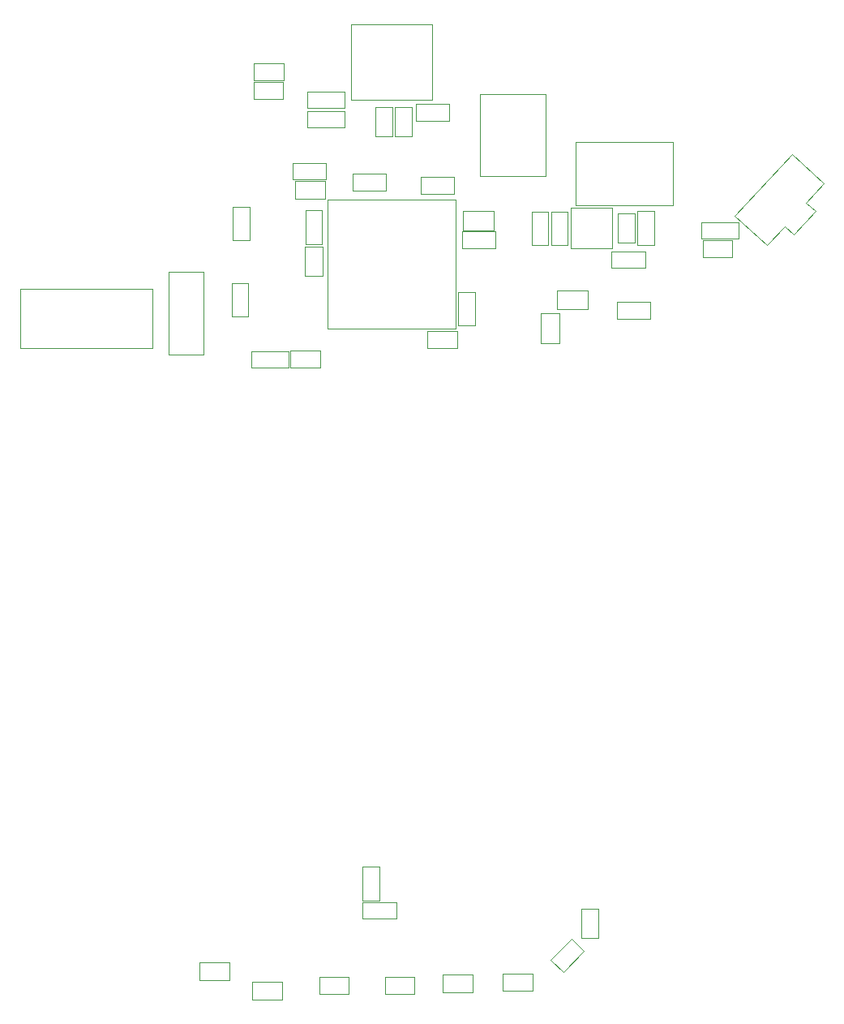
<source format=gbr>
G04 #@! TF.GenerationSoftware,KiCad,Pcbnew,(5.0.0-rc2-dev-26-g0d794b2)*
G04 #@! TF.CreationDate,2018-07-01T20:50:18-07:00*
G04 #@! TF.ProjectId,Skull_badge,536B756C6C5F62616467652E6B696361,rev?*
G04 #@! TF.SameCoordinates,Original*
G04 #@! TF.FileFunction,Other,User*
%FSLAX46Y46*%
G04 Gerber Fmt 4.6, Leading zero omitted, Abs format (unit mm)*
G04 Created by KiCad (PCBNEW (5.0.0-rc2-dev-26-g0d794b2)) date Sunday, July 01, 2018 at 08:50:18 PM*
%MOMM*%
%LPD*%
G01*
G04 APERTURE LIST*
%ADD10C,0.050000*%
G04 APERTURE END LIST*
D10*
X133596000Y-78388000D02*
X133596000Y-86988000D01*
X133596000Y-86988000D02*
X140496000Y-86988000D01*
X140496000Y-86988000D02*
X140496000Y-78388000D01*
X140496000Y-78388000D02*
X133596000Y-78388000D01*
X143554113Y-90007157D02*
X143554113Y-83407157D01*
X153754113Y-90007157D02*
X153754113Y-83407157D01*
X153754113Y-83407157D02*
X143554113Y-83407157D01*
X153754113Y-90007157D02*
X143554113Y-90007157D01*
X128612000Y-79002500D02*
X120112000Y-79002500D01*
X120112000Y-79002500D02*
X120112000Y-71152500D01*
X120112000Y-71152500D02*
X128612000Y-71152500D01*
X128612000Y-71152500D02*
X128612000Y-79002500D01*
X114050000Y-85570000D02*
X117550000Y-85570000D01*
X114050000Y-85570000D02*
X114050000Y-87320000D01*
X117550000Y-87320000D02*
X117550000Y-85570000D01*
X117550000Y-87320000D02*
X114050000Y-87320000D01*
X109430000Y-98100000D02*
X109430000Y-101600000D01*
X109430000Y-98100000D02*
X107680000Y-98100000D01*
X107680000Y-101600000D02*
X109430000Y-101600000D01*
X107680000Y-101600000D02*
X107680000Y-98100000D01*
X107770000Y-93650000D02*
X107770000Y-90150000D01*
X107770000Y-93650000D02*
X109520000Y-93650000D01*
X109520000Y-90150000D02*
X107770000Y-90150000D01*
X109520000Y-90150000D02*
X109520000Y-93650000D01*
X131320000Y-102550000D02*
X131320000Y-99050000D01*
X131320000Y-102550000D02*
X133070000Y-102550000D01*
X133070000Y-99050000D02*
X131320000Y-99050000D01*
X133070000Y-99050000D02*
X133070000Y-102550000D01*
X115370000Y-94050000D02*
X115370000Y-90550000D01*
X115370000Y-94050000D02*
X117120000Y-94050000D01*
X117120000Y-90550000D02*
X115370000Y-90550000D01*
X117120000Y-90550000D02*
X117120000Y-94050000D01*
X123800000Y-88480000D02*
X120300000Y-88480000D01*
X123800000Y-88480000D02*
X123800000Y-86730000D01*
X120300000Y-86730000D02*
X120300000Y-88480000D01*
X120300000Y-86730000D02*
X123800000Y-86730000D01*
X131750000Y-92720000D02*
X135250000Y-92720000D01*
X131750000Y-92720000D02*
X131750000Y-94470000D01*
X135250000Y-94470000D02*
X135250000Y-92720000D01*
X135250000Y-94470000D02*
X131750000Y-94470000D01*
X85605000Y-104908000D02*
X99355000Y-104908000D01*
X99355000Y-104908000D02*
X99355000Y-98758000D01*
X99355000Y-98758000D02*
X85605000Y-98758000D01*
X85605000Y-98758000D02*
X85605000Y-104908000D01*
X107398613Y-170834657D02*
X104298613Y-170834657D01*
X107398613Y-170834657D02*
X107398613Y-169034657D01*
X104298613Y-169034657D02*
X104298613Y-170834657D01*
X104298613Y-169034657D02*
X107398613Y-169034657D01*
X112923113Y-172866657D02*
X109823113Y-172866657D01*
X112923113Y-172866657D02*
X112923113Y-171066657D01*
X109823113Y-171066657D02*
X109823113Y-172866657D01*
X109823113Y-171066657D02*
X112923113Y-171066657D01*
X119908113Y-172295157D02*
X116808113Y-172295157D01*
X119908113Y-172295157D02*
X119908113Y-170495157D01*
X116808113Y-170495157D02*
X116808113Y-172295157D01*
X116808113Y-170495157D02*
X119908113Y-170495157D01*
X126766113Y-172295157D02*
X123666113Y-172295157D01*
X126766113Y-172295157D02*
X126766113Y-170495157D01*
X123666113Y-170495157D02*
X123666113Y-172295157D01*
X123666113Y-170495157D02*
X126766113Y-170495157D01*
X132798613Y-172104657D02*
X129698613Y-172104657D01*
X132798613Y-172104657D02*
X132798613Y-170304657D01*
X129698613Y-170304657D02*
X129698613Y-172104657D01*
X129698613Y-170304657D02*
X132798613Y-170304657D01*
X139085113Y-171977657D02*
X135985113Y-171977657D01*
X139085113Y-171977657D02*
X139085113Y-170177657D01*
X135985113Y-170177657D02*
X135985113Y-171977657D01*
X135985113Y-170177657D02*
X139085113Y-170177657D01*
X144474525Y-167824038D02*
X142282494Y-170016069D01*
X144474525Y-167824038D02*
X143201732Y-166551245D01*
X141009701Y-168743276D02*
X142282494Y-170016069D01*
X141009701Y-168743276D02*
X143201732Y-166551245D01*
X144150000Y-166500000D02*
X144150000Y-163400000D01*
X144150000Y-166500000D02*
X145950000Y-166500000D01*
X145950000Y-163400000D02*
X144150000Y-163400000D01*
X145950000Y-163400000D02*
X145950000Y-166500000D01*
X114300000Y-87500000D02*
X117400000Y-87500000D01*
X114300000Y-87500000D02*
X114300000Y-89300000D01*
X117400000Y-89300000D02*
X117400000Y-87500000D01*
X117400000Y-89300000D02*
X114300000Y-89300000D01*
X115350000Y-97400000D02*
X115350000Y-94300000D01*
X115350000Y-97400000D02*
X117150000Y-97400000D01*
X117150000Y-94300000D02*
X115350000Y-94300000D01*
X117150000Y-94300000D02*
X117150000Y-97400000D01*
X122700000Y-82850000D02*
X122700000Y-79750000D01*
X122700000Y-82850000D02*
X124500000Y-82850000D01*
X124500000Y-79750000D02*
X122700000Y-79750000D01*
X124500000Y-79750000D02*
X124500000Y-82850000D01*
X124700000Y-82850000D02*
X124700000Y-79750000D01*
X124700000Y-82850000D02*
X126500000Y-82850000D01*
X126500000Y-79750000D02*
X124700000Y-79750000D01*
X126500000Y-79750000D02*
X126500000Y-82850000D01*
X131200000Y-104900000D02*
X128100000Y-104900000D01*
X131200000Y-104900000D02*
X131200000Y-103100000D01*
X128100000Y-103100000D02*
X128100000Y-104900000D01*
X128100000Y-103100000D02*
X131200000Y-103100000D01*
X131100000Y-89450000D02*
X117700000Y-89450000D01*
X131100000Y-102850000D02*
X117700000Y-102850000D01*
X131100000Y-89450000D02*
X131100000Y-102850000D01*
X117700000Y-89450000D02*
X117700000Y-102850000D01*
X147904113Y-100102157D02*
X151404113Y-100102157D01*
X147904113Y-100102157D02*
X147904113Y-101852157D01*
X151404113Y-101852157D02*
X151404113Y-100102157D01*
X151404113Y-101852157D02*
X147904113Y-101852157D01*
X127400000Y-87070000D02*
X130900000Y-87070000D01*
X127400000Y-87070000D02*
X127400000Y-88820000D01*
X130900000Y-88820000D02*
X130900000Y-87070000D01*
X130900000Y-88820000D02*
X127400000Y-88820000D01*
X113079113Y-76957157D02*
X109979113Y-76957157D01*
X113079113Y-76957157D02*
X113079113Y-75157157D01*
X109979113Y-75157157D02*
X109979113Y-76957157D01*
X109979113Y-75157157D02*
X113079113Y-75157157D01*
X113054113Y-78957157D02*
X109954113Y-78957157D01*
X113054113Y-78957157D02*
X113054113Y-77157157D01*
X109954113Y-77157157D02*
X109954113Y-78957157D01*
X109954113Y-77157157D02*
X113054113Y-77157157D01*
X159948000Y-95425500D02*
X156848000Y-95425500D01*
X159948000Y-95425500D02*
X159948000Y-93625500D01*
X156848000Y-93625500D02*
X156848000Y-95425500D01*
X156848000Y-93625500D02*
X159948000Y-93625500D01*
X113797500Y-105182500D02*
X116897500Y-105182500D01*
X113797500Y-105182500D02*
X113797500Y-106982500D01*
X116897500Y-106982500D02*
X116897500Y-105182500D01*
X116897500Y-106982500D02*
X113797500Y-106982500D01*
X126925000Y-79445000D02*
X130425000Y-79445000D01*
X126925000Y-79445000D02*
X126925000Y-81195000D01*
X130425000Y-81195000D02*
X130425000Y-79445000D01*
X130425000Y-81195000D02*
X126925000Y-81195000D01*
X113591500Y-105232500D02*
X113591500Y-106932500D01*
X113591500Y-106932500D02*
X109691500Y-106932500D01*
X109691500Y-106932500D02*
X109691500Y-105232500D01*
X109691500Y-105232500D02*
X113591500Y-105232500D01*
X160645000Y-91770500D02*
X160645000Y-93470500D01*
X160645000Y-93470500D02*
X156745000Y-93470500D01*
X156745000Y-93470500D02*
X156745000Y-91770500D01*
X156745000Y-91770500D02*
X160645000Y-91770500D01*
X115550000Y-81850000D02*
X115550000Y-80150000D01*
X115550000Y-80150000D02*
X119450000Y-80150000D01*
X119450000Y-80150000D02*
X119450000Y-81850000D01*
X119450000Y-81850000D02*
X115550000Y-81850000D01*
X115550000Y-79850000D02*
X115550000Y-78150000D01*
X115550000Y-78150000D02*
X119450000Y-78150000D01*
X119450000Y-78150000D02*
X119450000Y-79850000D01*
X119450000Y-79850000D02*
X115550000Y-79850000D01*
X147335300Y-94814500D02*
X150835300Y-94814500D01*
X147335300Y-94814500D02*
X147335300Y-96564500D01*
X150835300Y-96564500D02*
X150835300Y-94814500D01*
X150835300Y-96564500D02*
X147335300Y-96564500D01*
X151819500Y-90642500D02*
X151819500Y-94142500D01*
X151819500Y-90642500D02*
X150069500Y-90642500D01*
X150069500Y-94142500D02*
X151819500Y-94142500D01*
X150069500Y-94142500D02*
X150069500Y-90642500D01*
X141029800Y-94167900D02*
X141029800Y-90667900D01*
X141029800Y-94167900D02*
X142779800Y-94167900D01*
X142779800Y-90667900D02*
X141029800Y-90667900D01*
X142779800Y-90667900D02*
X142779800Y-94167900D01*
X138985100Y-94155200D02*
X138985100Y-90655200D01*
X138985100Y-94155200D02*
X140735100Y-94155200D01*
X140735100Y-90655200D02*
X138985100Y-90655200D01*
X140735100Y-90655200D02*
X140735100Y-94155200D01*
X135050000Y-92600000D02*
X131850000Y-92600000D01*
X135050000Y-90600000D02*
X131850000Y-90600000D01*
X135050000Y-92600000D02*
X135050000Y-90600000D01*
X131850000Y-92600000D02*
X131850000Y-90600000D01*
X149769400Y-90829800D02*
X149769400Y-93929800D01*
X149769400Y-90829800D02*
X147969400Y-90829800D01*
X147969400Y-93929800D02*
X149769400Y-93929800D01*
X147969400Y-93929800D02*
X147969400Y-90829800D01*
X147364900Y-94523700D02*
X143064900Y-94523700D01*
X147364900Y-90223700D02*
X147364900Y-94523700D01*
X143064900Y-90223700D02*
X147364900Y-90223700D01*
X143064900Y-94523700D02*
X143064900Y-90223700D01*
X104720800Y-105559000D02*
X104720800Y-96909000D01*
X104720800Y-96909000D02*
X101120800Y-96909000D01*
X101120800Y-96909000D02*
X101120800Y-105559000D01*
X101120800Y-105559000D02*
X104720800Y-105559000D01*
X123080000Y-159050000D02*
X123080000Y-162550000D01*
X123080000Y-159050000D02*
X121330000Y-159050000D01*
X121330000Y-162550000D02*
X123080000Y-162550000D01*
X121330000Y-162550000D02*
X121330000Y-159050000D01*
X121350000Y-162720000D02*
X124850000Y-162720000D01*
X121350000Y-162720000D02*
X121350000Y-164470000D01*
X124850000Y-164470000D02*
X124850000Y-162720000D01*
X124850000Y-164470000D02*
X121350000Y-164470000D01*
X141654113Y-98882157D02*
X144854113Y-98882157D01*
X141654113Y-100882157D02*
X144854113Y-100882157D01*
X141654113Y-98882157D02*
X141654113Y-100882157D01*
X144854113Y-98882157D02*
X144854113Y-100882157D01*
X160216933Y-91095937D02*
X166196017Y-84639114D01*
X166196017Y-84639114D02*
X169534487Y-87730572D01*
X169534487Y-87730572D02*
X167666024Y-89748329D01*
X167666024Y-89748329D02*
X168619873Y-90631603D01*
X168619873Y-90631603D02*
X166377716Y-93052912D01*
X166377716Y-93052912D02*
X165423868Y-92169638D01*
X165423868Y-92169638D02*
X163555404Y-94187395D01*
X163555404Y-94187395D02*
X160216933Y-91095937D01*
X139929113Y-104432157D02*
X139929113Y-101232157D01*
X141929113Y-104432157D02*
X141929113Y-101232157D01*
X139929113Y-104432157D02*
X141929113Y-104432157D01*
X139929113Y-101232157D02*
X141929113Y-101232157D01*
M02*

</source>
